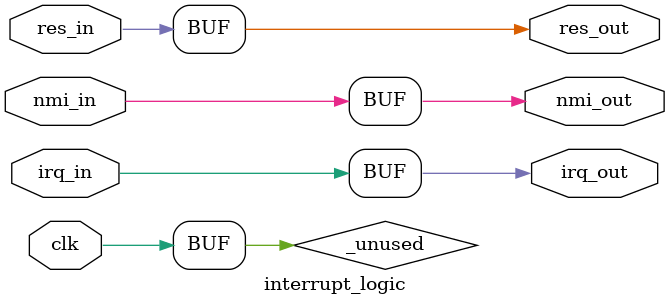
<source format=v>

`default_nettype none

module interrupt_logic (
    input  wire       clk,
    input  wire       res_in,
    input  wire       irq_in,
    input  wire       nmi_in,
    output  wire       res_out,
    output  wire       irq_out,
    output  wire       nmi_out
);
    assign res_out = res_in;
    assign irq_out = irq_in;
    assign nmi_out = nmi_in;

    wire _unused = &{clk};

endmodule

</source>
